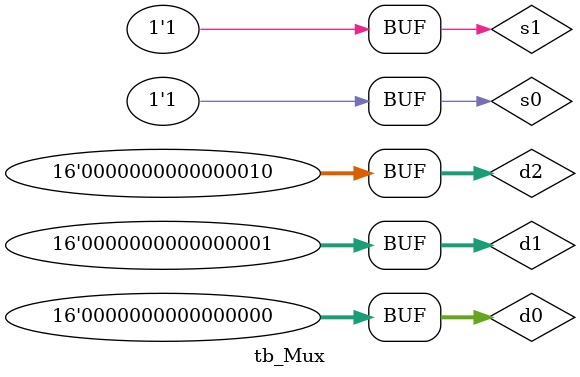
<source format=sv>

module tb_Mux();
    logic [15:0] d0;
    logic [15:0] d1;
    logic [15:0] d2;
    logic        s0, s1;
    logic [15:0] y;
    
    mux dut(d0, d1, d2, s0,s1, y);
            
    initial begin
         d0 = 16'b0000; d1 = 16'b0001; d2 = 16'b0010; s0 = 0; s1 = 0; #5;
         d0 = 16'b0000; d1 = 16'b0001; d2 = 16'b0010; s0 = 1; s1 = 0;  #5;
         d0 = 16'b0000; d1 = 16'b0001; d2 = 16'b0010; s0 = 0; s1 = 1;  #5;
         d0 = 16'b0000; d1 = 16'b0001; d2 = 16'b0010; s0 = 1; s1 = 1;  #5;     
    end
  
endmodule

</source>
